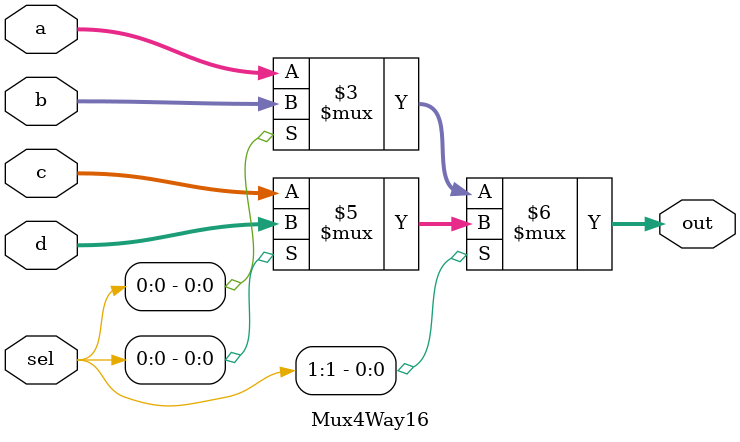
<source format=v>
module Mux4Way16 (
    input [15:0] a, b, c, d,
    input [1:0] sel,
    output [15:0] out
);

    assign out = (sel[1] == 0) ? (sel[0] == 0 ? a : b) : (sel[0] == 0 ? c : d);
    
endmodule

</source>
